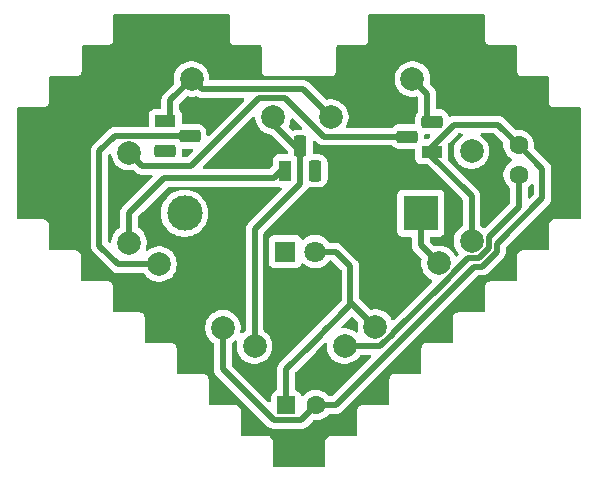
<source format=gbr>
%TF.GenerationSoftware,KiCad,Pcbnew,9.0.7*%
%TF.CreationDate,2026-01-11T09:41:47+01:00*%
%TF.ProjectId,heartbeatTHT,68656172-7462-4656-9174-5448542e6b69,rev?*%
%TF.SameCoordinates,Original*%
%TF.FileFunction,Copper,L2,Bot*%
%TF.FilePolarity,Positive*%
%FSLAX46Y46*%
G04 Gerber Fmt 4.6, Leading zero omitted, Abs format (unit mm)*
G04 Created by KiCad (PCBNEW 9.0.7) date 2026-01-11 09:41:47*
%MOMM*%
%LPD*%
G01*
G04 APERTURE LIST*
G04 Aperture macros list*
%AMRoundRect*
0 Rectangle with rounded corners*
0 $1 Rounding radius*
0 $2 $3 $4 $5 $6 $7 $8 $9 X,Y pos of 4 corners*
0 Add a 4 corners polygon primitive as box body*
4,1,4,$2,$3,$4,$5,$6,$7,$8,$9,$2,$3,0*
0 Add four circle primitives for the rounded corners*
1,1,$1+$1,$2,$3*
1,1,$1+$1,$4,$5*
1,1,$1+$1,$6,$7*
1,1,$1+$1,$8,$9*
0 Add four rect primitives between the rounded corners*
20,1,$1+$1,$2,$3,$4,$5,0*
20,1,$1+$1,$4,$5,$6,$7,0*
20,1,$1+$1,$6,$7,$8,$9,0*
20,1,$1+$1,$8,$9,$2,$3,0*%
G04 Aperture macros list end*
%TA.AperFunction,ComponentPad*%
%ADD10C,2.000000*%
%TD*%
%TA.AperFunction,ComponentPad*%
%ADD11R,1.800000X1.100000*%
%TD*%
%TA.AperFunction,ComponentPad*%
%ADD12RoundRect,0.275000X0.625000X-0.275000X0.625000X0.275000X-0.625000X0.275000X-0.625000X-0.275000X0*%
%TD*%
%TA.AperFunction,ComponentPad*%
%ADD13RoundRect,0.275000X-0.625000X0.275000X-0.625000X-0.275000X0.625000X-0.275000X0.625000X0.275000X0*%
%TD*%
%TA.AperFunction,ComponentPad*%
%ADD14R,1.100000X1.800000*%
%TD*%
%TA.AperFunction,ComponentPad*%
%ADD15RoundRect,0.275000X-0.275000X-0.625000X0.275000X-0.625000X0.275000X0.625000X-0.275000X0.625000X0*%
%TD*%
%TA.AperFunction,ComponentPad*%
%ADD16RoundRect,0.250000X-0.550000X-0.550000X0.550000X-0.550000X0.550000X0.550000X-0.550000X0.550000X0*%
%TD*%
%TA.AperFunction,ComponentPad*%
%ADD17C,1.600000*%
%TD*%
%TA.AperFunction,ComponentPad*%
%ADD18R,1.800000X1.800000*%
%TD*%
%TA.AperFunction,ComponentPad*%
%ADD19C,1.800000*%
%TD*%
%TA.AperFunction,ComponentPad*%
%ADD20R,3.000000X3.000000*%
%TD*%
%TA.AperFunction,ComponentPad*%
%ADD21C,3.000000*%
%TD*%
%TA.AperFunction,Conductor*%
%ADD22C,0.500000*%
%TD*%
G04 APERTURE END LIST*
D10*
%TO.P,R2,1*%
%TO.N,Net-(Q1-C)*%
X143796967Y-74389825D03*
%TO.P,R2,2*%
%TO.N,Net-(Q2-B)*%
X150703033Y-77610177D03*
%TD*%
D11*
%TO.P,Q3,1,C*%
%TO.N,Net-(Q3-C)*%
X164150000Y-80540000D03*
D12*
%TO.P,Q3,2,B*%
%TO.N,Net-(Q3-B)*%
X162080000Y-79270000D03*
%TO.P,Q3,3,E*%
%TO.N,Net-(BT1-+)*%
X164150000Y-78000000D03*
%TD*%
D10*
%TO.P,R4,1*%
%TO.N,Net-(Q3-C)*%
X167500000Y-88120000D03*
%TO.P,R4,2*%
%TO.N,GND*%
X167500000Y-80500000D03*
%TD*%
D11*
%TO.P,Q1,1,C*%
%TO.N,Net-(Q1-C)*%
X141580000Y-77980000D03*
D13*
%TO.P,Q1,2,B*%
%TO.N,Net-(Q1-B)*%
X143650000Y-79250000D03*
%TO.P,Q1,3,E*%
%TO.N,GND*%
X141580000Y-80520000D03*
%TD*%
D10*
%TO.P,R5,1*%
%TO.N,Net-(BT1-+)*%
X164750000Y-90000000D03*
%TO.P,R5,2*%
%TO.N,Net-(D1-A)*%
X159361846Y-95388154D03*
%TD*%
%TO.P,R1,1*%
%TO.N,Net-(BT1-+)*%
X162500000Y-74389826D03*
%TO.P,R1,2*%
%TO.N,Net-(Q1-C)*%
X155593934Y-77610178D03*
%TD*%
D14*
%TO.P,Q2,1,C*%
%TO.N,Net-(Q2-C)*%
X151730000Y-82170000D03*
D15*
%TO.P,Q2,2,B*%
%TO.N,Net-(Q2-B)*%
X153000000Y-80100000D03*
%TO.P,Q2,3,E*%
%TO.N,GND*%
X154270000Y-82170000D03*
%TD*%
D16*
%TO.P,C1,1*%
%TO.N,Net-(D1-A)*%
X151817621Y-102000000D03*
D17*
%TO.P,C1,2*%
%TO.N,Net-(Q3-C)*%
X154317621Y-102000000D03*
%TD*%
D10*
%TO.P,R3,1*%
%TO.N,Net-(Q2-C)*%
X138500000Y-88250000D03*
%TO.P,R3,2*%
%TO.N,Net-(Q3-B)*%
X138500000Y-80630000D03*
%TD*%
D17*
%TO.P,C2,1*%
%TO.N,Net-(C2-Pad1)*%
X171500000Y-82500000D03*
%TO.P,C2,2*%
%TO.N,Net-(Q3-C)*%
X171500000Y-80000000D03*
%TD*%
D10*
%TO.P,R7,1*%
%TO.N,Net-(Q2-B)*%
X149130000Y-97000000D03*
%TO.P,R7,2*%
%TO.N,Net-(C2-Pad1)*%
X156750000Y-97000000D03*
%TD*%
D18*
%TO.P,D1,1,K*%
%TO.N,GND*%
X151725000Y-89000000D03*
D19*
%TO.P,D1,2,A*%
%TO.N,Net-(D1-A)*%
X154265000Y-89000000D03*
%TD*%
D10*
%TO.P,R6,1*%
%TO.N,Net-(Q1-B)*%
X141055923Y-90055923D03*
%TO.P,R6,2*%
%TO.N,Net-(Q3-C)*%
X146444077Y-95444077D03*
%TD*%
D20*
%TO.P,BT1,1,+*%
%TO.N,Net-(BT1-+)*%
X163200481Y-85749998D03*
D21*
%TO.P,BT1,2,-*%
%TO.N,GND*%
X143200481Y-85749998D03*
%TD*%
D22*
%TO.N,Net-(Q1-B)*%
X143250000Y-79250000D02*
X143179000Y-79179000D01*
X143179000Y-79179000D02*
X137321000Y-79179000D01*
X137321000Y-79179000D02*
X136000000Y-80500000D01*
X137555923Y-90055923D02*
X141055923Y-90055923D01*
X136000000Y-80500000D02*
X136000000Y-88500000D01*
X136000000Y-88500000D02*
X137555923Y-90055923D01*
%TO.N,Net-(BT1-+)*%
X163750000Y-75639826D02*
X162500000Y-74389826D01*
X163200481Y-85749998D02*
X163200481Y-88450481D01*
X163750000Y-78000000D02*
X163750000Y-75639826D01*
X163200481Y-88450481D02*
X164750000Y-90000000D01*
%TO.N,Net-(Q3-C)*%
X154317621Y-102000000D02*
X156000000Y-102000000D01*
X163750000Y-80540000D02*
X166040000Y-78250000D01*
X154317621Y-102000000D02*
X153066621Y-103251000D01*
X169652000Y-89011388D02*
X169652000Y-88348000D01*
X169652000Y-88348000D02*
X173500000Y-84500000D01*
X168391388Y-90272000D02*
X169652000Y-89011388D01*
X167728000Y-90272000D02*
X168391388Y-90272000D01*
X167500000Y-84290000D02*
X163750000Y-80540000D01*
X173500000Y-84500000D02*
X173500000Y-82000000D01*
X173500000Y-82000000D02*
X171500000Y-80000000D01*
X166040000Y-78250000D02*
X169750000Y-78250000D01*
X156000000Y-102000000D02*
X167728000Y-90272000D01*
X169750000Y-78250000D02*
X171500000Y-80000000D01*
X150751000Y-103251000D02*
X146444077Y-98944077D01*
X167500000Y-88120000D02*
X167500000Y-84290000D01*
X153066621Y-103251000D02*
X150751000Y-103251000D01*
X146444077Y-98944077D02*
X146444077Y-95444077D01*
%TO.N,Net-(D1-A)*%
X151817621Y-98932379D02*
X151817621Y-102000000D01*
X157250000Y-93276308D02*
X159361846Y-95388154D01*
X155361846Y-95388154D02*
X153875000Y-96875000D01*
X153875000Y-96875000D02*
X151817621Y-98932379D01*
X154265000Y-89000000D02*
X156000000Y-89000000D01*
X153875000Y-96875000D02*
X157250000Y-93500000D01*
X157250000Y-90250000D02*
X157250000Y-93276308D01*
X157250000Y-93500000D02*
X157250000Y-93276308D01*
X156000000Y-89000000D02*
X157250000Y-90250000D01*
%TO.N,Net-(C2-Pad1)*%
X171500000Y-82500000D02*
X171500000Y-85250000D01*
X166201000Y-90601024D02*
X165351024Y-91451000D01*
X168101024Y-89571000D02*
X167179000Y-89571000D01*
X159750000Y-97000000D02*
X156750000Y-97000000D01*
X168951000Y-87799000D02*
X168951000Y-88721024D01*
X159910846Y-96839154D02*
X159750000Y-97000000D01*
X168951000Y-88721024D02*
X168101024Y-89571000D01*
X166201000Y-90549000D02*
X166201000Y-90601024D01*
X159962870Y-96839154D02*
X159910846Y-96839154D01*
X160812846Y-95989178D02*
X159962870Y-96839154D01*
X171500000Y-85250000D02*
X168951000Y-87799000D01*
X167179000Y-89571000D02*
X166201000Y-90549000D01*
X165351024Y-91451000D02*
X165299000Y-91451000D01*
X165299000Y-91451000D02*
X160812846Y-95937154D01*
X160812846Y-95937154D02*
X160812846Y-95989178D01*
%TO.N,Net-(Q1-C)*%
X143796967Y-74389825D02*
X144657142Y-75250000D01*
X141980000Y-77980000D02*
X141980000Y-76206792D01*
X141980000Y-76206792D02*
X143796967Y-74389825D01*
X153233756Y-75250000D02*
X155593934Y-77610178D01*
X144657142Y-75250000D02*
X153233756Y-75250000D01*
%TO.N,Net-(Q2-C)*%
X150750000Y-82750000D02*
X141500000Y-82750000D01*
X151730000Y-81770000D02*
X150750000Y-82750000D01*
X141500000Y-82750000D02*
X138500000Y-85750000D01*
X138500000Y-85750000D02*
X138500000Y-88250000D01*
%TO.N,Net-(Q2-B)*%
X149130000Y-97000000D02*
X148600458Y-96470458D01*
X149130000Y-87122000D02*
X153000000Y-83252000D01*
X153000000Y-83252000D02*
X153000000Y-80500000D01*
X150703033Y-78203033D02*
X153000000Y-80500000D01*
X149130000Y-97000000D02*
X149130000Y-87122000D01*
X150703033Y-77610176D02*
X150703033Y-78203033D01*
%TO.N,Net-(Q3-B)*%
X149500000Y-76000000D02*
X151715866Y-76000000D01*
X138500000Y-80630000D02*
X139620000Y-81750000D01*
X151715866Y-76000000D02*
X154985866Y-79270000D01*
X138500000Y-80630000D02*
X138299000Y-80429000D01*
X143750000Y-81750000D02*
X149500000Y-76000000D01*
X139620000Y-81750000D02*
X143750000Y-81750000D01*
X154985866Y-79270000D02*
X162480000Y-79270000D01*
%TD*%
%TA.AperFunction,NonConductor*%
G36*
X146964240Y-68927732D02*
G01*
X147009995Y-68980536D01*
X147021201Y-69032047D01*
X147021201Y-71088699D01*
X147055309Y-71215995D01*
X147088255Y-71273058D01*
X147121201Y-71330122D01*
X147214387Y-71423308D01*
X147328515Y-71489200D01*
X147455809Y-71523308D01*
X147587593Y-71523308D01*
X149599343Y-71523308D01*
X149666382Y-71542993D01*
X149712137Y-71595797D01*
X149723343Y-71647308D01*
X149723343Y-73703958D01*
X149757451Y-73831254D01*
X149790397Y-73888317D01*
X149823343Y-73945381D01*
X149916529Y-74038567D01*
X150030657Y-74104459D01*
X150157951Y-74138567D01*
X150157953Y-74138567D01*
X155619083Y-74138567D01*
X155619085Y-74138567D01*
X155746379Y-74104459D01*
X155860507Y-74038567D01*
X155953693Y-73945381D01*
X156019585Y-73831253D01*
X156053693Y-73703959D01*
X156053693Y-71647308D01*
X156073378Y-71580269D01*
X156126182Y-71534514D01*
X156177693Y-71523308D01*
X158321232Y-71523308D01*
X158321234Y-71523308D01*
X158448528Y-71489200D01*
X158562656Y-71423308D01*
X158655842Y-71330122D01*
X158721734Y-71215994D01*
X158755842Y-71088700D01*
X158755842Y-69032047D01*
X158775527Y-68965008D01*
X158828331Y-68919253D01*
X158879842Y-68908047D01*
X168512085Y-68908047D01*
X168579124Y-68927732D01*
X168624879Y-68980536D01*
X168636085Y-69032047D01*
X168636085Y-71088699D01*
X168670193Y-71215995D01*
X168703139Y-71273058D01*
X168736085Y-71330122D01*
X168829271Y-71423308D01*
X168943399Y-71489200D01*
X169070693Y-71523308D01*
X169202477Y-71523308D01*
X171214161Y-71523308D01*
X171281200Y-71542993D01*
X171326955Y-71595797D01*
X171338161Y-71647308D01*
X171338161Y-73703958D01*
X171372269Y-73831254D01*
X171405215Y-73888317D01*
X171438161Y-73945381D01*
X171531347Y-74038567D01*
X171645475Y-74104459D01*
X171772769Y-74138567D01*
X171904553Y-74138567D01*
X173918632Y-74138567D01*
X173985671Y-74158252D01*
X174031426Y-74211056D01*
X174042632Y-74262567D01*
X174042632Y-76319216D01*
X174076740Y-76446512D01*
X174087796Y-76465661D01*
X174142632Y-76560639D01*
X174235818Y-76653825D01*
X174349946Y-76719717D01*
X174477240Y-76753825D01*
X174609024Y-76753825D01*
X176620775Y-76753825D01*
X176687814Y-76773510D01*
X176733569Y-76826314D01*
X176744775Y-76877825D01*
X176744775Y-86159932D01*
X176725090Y-86226971D01*
X176672286Y-86272726D01*
X176620775Y-86283932D01*
X174477240Y-86283932D01*
X174349944Y-86318040D01*
X174235818Y-86383932D01*
X174235815Y-86383934D01*
X174142634Y-86477115D01*
X174142632Y-86477118D01*
X174076740Y-86591244D01*
X174042632Y-86718540D01*
X174042632Y-88775190D01*
X174022947Y-88842229D01*
X173970143Y-88887984D01*
X173918632Y-88899190D01*
X171775097Y-88899190D01*
X171647801Y-88933298D01*
X171533675Y-88999190D01*
X171533672Y-88999192D01*
X171440491Y-89092373D01*
X171440489Y-89092376D01*
X171374597Y-89206502D01*
X171340489Y-89333798D01*
X171340489Y-91390449D01*
X171320804Y-91457488D01*
X171268000Y-91503243D01*
X171216489Y-91514449D01*
X169072953Y-91514449D01*
X168945657Y-91548557D01*
X168831531Y-91614449D01*
X168831528Y-91614451D01*
X168738347Y-91707632D01*
X168738345Y-91707635D01*
X168672453Y-91821761D01*
X168638345Y-91949057D01*
X168638345Y-94005708D01*
X168618660Y-94072747D01*
X168565856Y-94118502D01*
X168514345Y-94129708D01*
X166370807Y-94129708D01*
X166243511Y-94163816D01*
X166129385Y-94229708D01*
X166129382Y-94229710D01*
X166036201Y-94322891D01*
X166036199Y-94322894D01*
X165970307Y-94437020D01*
X165936199Y-94564316D01*
X165936199Y-96620967D01*
X165916514Y-96688006D01*
X165863710Y-96733761D01*
X165812199Y-96744967D01*
X163668664Y-96744967D01*
X163541368Y-96779075D01*
X163427242Y-96844967D01*
X163427239Y-96844969D01*
X163334058Y-96938150D01*
X163334056Y-96938153D01*
X163268164Y-97052279D01*
X163234056Y-97179575D01*
X163234056Y-99236224D01*
X163214371Y-99303263D01*
X163161567Y-99349018D01*
X163110056Y-99360224D01*
X160966523Y-99360224D01*
X160839227Y-99394332D01*
X160725101Y-99460224D01*
X160725098Y-99460226D01*
X160631917Y-99553407D01*
X160631915Y-99553410D01*
X160566023Y-99667536D01*
X160531915Y-99794832D01*
X160531915Y-101851485D01*
X160512230Y-101918524D01*
X160459426Y-101964279D01*
X160407915Y-101975485D01*
X158264379Y-101975485D01*
X158137083Y-102009593D01*
X158022957Y-102075485D01*
X158022954Y-102075487D01*
X157929773Y-102168668D01*
X157929771Y-102168671D01*
X157863879Y-102282797D01*
X157829771Y-102410093D01*
X157829771Y-104466743D01*
X157810086Y-104533782D01*
X157757282Y-104579537D01*
X157705771Y-104590743D01*
X155562231Y-104590743D01*
X155434935Y-104624851D01*
X155320809Y-104690743D01*
X155320806Y-104690745D01*
X155227625Y-104783926D01*
X155227623Y-104783929D01*
X155161731Y-104898055D01*
X155127623Y-105025351D01*
X155127623Y-107082003D01*
X155107938Y-107149042D01*
X155055134Y-107194797D01*
X155003623Y-107206003D01*
X150775757Y-107206003D01*
X150708718Y-107186318D01*
X150662963Y-107133514D01*
X150651757Y-107082003D01*
X150651757Y-105025353D01*
X150651757Y-105025351D01*
X150617649Y-104898057D01*
X150551757Y-104783929D01*
X150458571Y-104690743D01*
X150401507Y-104657797D01*
X150344444Y-104624851D01*
X150280796Y-104607797D01*
X150217149Y-104590743D01*
X150217148Y-104590743D01*
X148073609Y-104590743D01*
X148006570Y-104571058D01*
X147960815Y-104518254D01*
X147949609Y-104466743D01*
X147949609Y-102410095D01*
X147949609Y-102410093D01*
X147915501Y-102282799D01*
X147849609Y-102168671D01*
X147756423Y-102075485D01*
X147699359Y-102042539D01*
X147642296Y-102009593D01*
X147578648Y-101992539D01*
X147515001Y-101975485D01*
X147515000Y-101975485D01*
X145371468Y-101975485D01*
X145304429Y-101955800D01*
X145258674Y-101902996D01*
X145247468Y-101851485D01*
X145247468Y-99794834D01*
X145247468Y-99794832D01*
X145213360Y-99667538D01*
X145147468Y-99553410D01*
X145054282Y-99460224D01*
X144988927Y-99422491D01*
X144940155Y-99394332D01*
X144876507Y-99377278D01*
X144812860Y-99360224D01*
X144812859Y-99360224D01*
X142669324Y-99360224D01*
X142602285Y-99340539D01*
X142556530Y-99287735D01*
X142545324Y-99236224D01*
X142545324Y-97179577D01*
X142545324Y-97179575D01*
X142511216Y-97052281D01*
X142445324Y-96938153D01*
X142352138Y-96844967D01*
X142295074Y-96812021D01*
X142238011Y-96779075D01*
X142128264Y-96749669D01*
X142110716Y-96744967D01*
X142110715Y-96744967D01*
X139967184Y-96744967D01*
X139900145Y-96725282D01*
X139854390Y-96672478D01*
X139843184Y-96620967D01*
X139843184Y-94564318D01*
X139843184Y-94564316D01*
X139809076Y-94437022D01*
X139743184Y-94322894D01*
X139649998Y-94229708D01*
X139592934Y-94196762D01*
X139535871Y-94163816D01*
X139472223Y-94146762D01*
X139408576Y-94129708D01*
X139408575Y-94129708D01*
X137265035Y-94129708D01*
X137197996Y-94110023D01*
X137152241Y-94057219D01*
X137141035Y-94005708D01*
X137141035Y-91949059D01*
X137141035Y-91949057D01*
X137106927Y-91821763D01*
X137041035Y-91707635D01*
X136947849Y-91614449D01*
X136890785Y-91581503D01*
X136833722Y-91548557D01*
X136770074Y-91531503D01*
X136706427Y-91514449D01*
X136706426Y-91514449D01*
X134562891Y-91514449D01*
X134495852Y-91494764D01*
X134450097Y-91441960D01*
X134438891Y-91390449D01*
X134438891Y-89333800D01*
X134438891Y-89333798D01*
X134404783Y-89206504D01*
X134404771Y-89206484D01*
X134394660Y-89188971D01*
X134338891Y-89092376D01*
X134245705Y-88999190D01*
X134188641Y-88966244D01*
X134131578Y-88933298D01*
X134065575Y-88915613D01*
X134004283Y-88899190D01*
X134004282Y-88899190D01*
X131860748Y-88899190D01*
X131793709Y-88879505D01*
X131747954Y-88826701D01*
X131736748Y-88775190D01*
X131736748Y-88573920D01*
X135249499Y-88573920D01*
X135278340Y-88718907D01*
X135278343Y-88718917D01*
X135334912Y-88855488D01*
X135334918Y-88855499D01*
X135344939Y-88870495D01*
X135344941Y-88870500D01*
X135417046Y-88978414D01*
X135417052Y-88978421D01*
X137077503Y-90638871D01*
X137077507Y-90638874D01*
X137200421Y-90721003D01*
X137200434Y-90721010D01*
X137337005Y-90777579D01*
X137337010Y-90777581D01*
X137337014Y-90777581D01*
X137337015Y-90777582D01*
X137482002Y-90806423D01*
X137482005Y-90806423D01*
X137629840Y-90806423D01*
X139683292Y-90806423D01*
X139750331Y-90826108D01*
X139783608Y-90857536D01*
X139911406Y-91033433D01*
X140078413Y-91200440D01*
X140269490Y-91339266D01*
X140368914Y-91389925D01*
X140479926Y-91446489D01*
X140479928Y-91446489D01*
X140479931Y-91446491D01*
X140554602Y-91470753D01*
X140704554Y-91519476D01*
X140937826Y-91556423D01*
X140937831Y-91556423D01*
X141174020Y-91556423D01*
X141407291Y-91519476D01*
X141422762Y-91514449D01*
X141631915Y-91446491D01*
X141842356Y-91339266D01*
X142033433Y-91200440D01*
X142200440Y-91033433D01*
X142339266Y-90842356D01*
X142446491Y-90631915D01*
X142519476Y-90407291D01*
X142521567Y-90394091D01*
X142556423Y-90174020D01*
X142556423Y-89937825D01*
X142519476Y-89704554D01*
X142449699Y-89489805D01*
X142446491Y-89479931D01*
X142446489Y-89479928D01*
X142446489Y-89479926D01*
X142382387Y-89354120D01*
X142339266Y-89269490D01*
X142200440Y-89078413D01*
X142033433Y-88911406D01*
X141842356Y-88772580D01*
X141804902Y-88753496D01*
X141631919Y-88665356D01*
X141407291Y-88592369D01*
X141174020Y-88555423D01*
X141174015Y-88555423D01*
X140937831Y-88555423D01*
X140937826Y-88555423D01*
X140704554Y-88592369D01*
X140479926Y-88665356D01*
X140269486Y-88772582D01*
X140104938Y-88892133D01*
X140039132Y-88915613D01*
X139971078Y-88899787D01*
X139922383Y-88849682D01*
X139908508Y-88781204D01*
X139914119Y-88753507D01*
X139963553Y-88601368D01*
X139971862Y-88548909D01*
X140000500Y-88368097D01*
X140000500Y-88131902D01*
X139963553Y-87898631D01*
X139915421Y-87750497D01*
X139890568Y-87674008D01*
X139890566Y-87674005D01*
X139890566Y-87674003D01*
X139797996Y-87492326D01*
X139783343Y-87463567D01*
X139644517Y-87272490D01*
X139477510Y-87105483D01*
X139398505Y-87048082D01*
X139301614Y-86977686D01*
X139258949Y-86922355D01*
X139250500Y-86877368D01*
X139250500Y-86112229D01*
X139270185Y-86045190D01*
X139286819Y-86024548D01*
X139692497Y-85618870D01*
X141199981Y-85618870D01*
X141199981Y-85881125D01*
X141218864Y-86024548D01*
X141234211Y-86141114D01*
X141272479Y-86283932D01*
X141302083Y-86394416D01*
X141302086Y-86394426D01*
X141402434Y-86636688D01*
X141402439Y-86636698D01*
X141533556Y-86863801D01*
X141693199Y-87071849D01*
X141693207Y-87071858D01*
X141878621Y-87257272D01*
X141878629Y-87257279D01*
X142086677Y-87416922D01*
X142313780Y-87548039D01*
X142313790Y-87548044D01*
X142556052Y-87648392D01*
X142556062Y-87648396D01*
X142809365Y-87716268D01*
X143057669Y-87748958D01*
X143069345Y-87750496D01*
X143069361Y-87750498D01*
X143069368Y-87750498D01*
X143331594Y-87750498D01*
X143331601Y-87750498D01*
X143591597Y-87716268D01*
X143844900Y-87648396D01*
X144087178Y-87548041D01*
X144314284Y-87416922D01*
X144522332Y-87257280D01*
X144522336Y-87257275D01*
X144522341Y-87257272D01*
X144707755Y-87071858D01*
X144707758Y-87071853D01*
X144707763Y-87071849D01*
X144867405Y-86863801D01*
X144998524Y-86636695D01*
X145098879Y-86394417D01*
X145166751Y-86141114D01*
X145200981Y-85881118D01*
X145200981Y-85618878D01*
X145166751Y-85358882D01*
X145098879Y-85105579D01*
X145046207Y-84978418D01*
X144998527Y-84863307D01*
X144998522Y-84863297D01*
X144867405Y-84636194D01*
X144707762Y-84428146D01*
X144707755Y-84428138D01*
X144522341Y-84242724D01*
X144522332Y-84242716D01*
X144314284Y-84083073D01*
X144087181Y-83951956D01*
X144087171Y-83951951D01*
X143844909Y-83851603D01*
X143844902Y-83851601D01*
X143844900Y-83851600D01*
X143591597Y-83783728D01*
X143533820Y-83776121D01*
X143331608Y-83749498D01*
X143331601Y-83749498D01*
X143069361Y-83749498D01*
X143069353Y-83749498D01*
X142838253Y-83779924D01*
X142809365Y-83783728D01*
X142556073Y-83851597D01*
X142556062Y-83851600D01*
X142556052Y-83851603D01*
X142313790Y-83951951D01*
X142313780Y-83951956D01*
X142086677Y-84083073D01*
X141878629Y-84242716D01*
X141693199Y-84428146D01*
X141533556Y-84636194D01*
X141402439Y-84863297D01*
X141402434Y-84863307D01*
X141302086Y-85105569D01*
X141302083Y-85105579D01*
X141237859Y-85345270D01*
X141234211Y-85358883D01*
X141199981Y-85618870D01*
X139692497Y-85618870D01*
X141774548Y-83536819D01*
X141835871Y-83503334D01*
X141862229Y-83500500D01*
X150823919Y-83500500D01*
X150845519Y-83496203D01*
X150915111Y-83502429D01*
X150929417Y-83510407D01*
X150929888Y-83509547D01*
X150937670Y-83513797D01*
X150999397Y-83536819D01*
X151072517Y-83564091D01*
X151132127Y-83570500D01*
X151320771Y-83570499D01*
X151387809Y-83590183D01*
X151433564Y-83642987D01*
X151443508Y-83712145D01*
X151414483Y-83775701D01*
X151408451Y-83782180D01*
X148547050Y-86643580D01*
X148547044Y-86643588D01*
X148497812Y-86717268D01*
X148497813Y-86717269D01*
X148464921Y-86766496D01*
X148464914Y-86766508D01*
X148408342Y-86903086D01*
X148408340Y-86903092D01*
X148379500Y-87048079D01*
X148379500Y-95627368D01*
X148359815Y-95694407D01*
X148328386Y-95727686D01*
X148152488Y-95855484D01*
X148120104Y-95887868D01*
X148058780Y-95921353D01*
X147989089Y-95916367D01*
X147933156Y-95874495D01*
X147908740Y-95809030D01*
X147909951Y-95780788D01*
X147944577Y-95562174D01*
X147944577Y-95325979D01*
X147907630Y-95092708D01*
X147860689Y-94948240D01*
X147834645Y-94868085D01*
X147834643Y-94868082D01*
X147834643Y-94868080D01*
X147727419Y-94657643D01*
X147686789Y-94601721D01*
X147588594Y-94466567D01*
X147421587Y-94299560D01*
X147230510Y-94160734D01*
X147020073Y-94053510D01*
X146795445Y-93980523D01*
X146562174Y-93943577D01*
X146562169Y-93943577D01*
X146325985Y-93943577D01*
X146325980Y-93943577D01*
X146092708Y-93980523D01*
X145868080Y-94053510D01*
X145657643Y-94160734D01*
X145562710Y-94229708D01*
X145466567Y-94299560D01*
X145466565Y-94299562D01*
X145466564Y-94299562D01*
X145299562Y-94466564D01*
X145299562Y-94466565D01*
X145299560Y-94466567D01*
X145272569Y-94503717D01*
X145160734Y-94657643D01*
X145053510Y-94868080D01*
X144980523Y-95092708D01*
X144943577Y-95325979D01*
X144943577Y-95562174D01*
X144980523Y-95795445D01*
X145053510Y-96020073D01*
X145132240Y-96174587D01*
X145160734Y-96230510D01*
X145299560Y-96421587D01*
X145466567Y-96588594D01*
X145642463Y-96716390D01*
X145685128Y-96771720D01*
X145693577Y-96816708D01*
X145693577Y-99017995D01*
X145693577Y-99017997D01*
X145693576Y-99017997D01*
X145722417Y-99162984D01*
X145722420Y-99162994D01*
X145778991Y-99299569D01*
X145811889Y-99348804D01*
X145811890Y-99348807D01*
X145861123Y-99422491D01*
X145861129Y-99422498D01*
X150272584Y-103833952D01*
X150272586Y-103833954D01*
X150302058Y-103853645D01*
X150346270Y-103883186D01*
X150395505Y-103916084D01*
X150395506Y-103916084D01*
X150395507Y-103916085D01*
X150395509Y-103916086D01*
X150532082Y-103972656D01*
X150532087Y-103972658D01*
X150532091Y-103972658D01*
X150532092Y-103972659D01*
X150677079Y-104001500D01*
X150677082Y-104001500D01*
X153140541Y-104001500D01*
X153238083Y-103982096D01*
X153285534Y-103972658D01*
X153422116Y-103916084D01*
X153471350Y-103883186D01*
X153471355Y-103883183D01*
X153495692Y-103866921D01*
X153545037Y-103833952D01*
X154052515Y-103326471D01*
X154113836Y-103292988D01*
X154159591Y-103291681D01*
X154215269Y-103300500D01*
X154215270Y-103300500D01*
X154419972Y-103300500D01*
X154419973Y-103300500D01*
X154622155Y-103268477D01*
X154816840Y-103205220D01*
X154999231Y-103112287D01*
X155092211Y-103044732D01*
X155164834Y-102991971D01*
X155164836Y-102991968D01*
X155164840Y-102991966D01*
X155309587Y-102847219D01*
X155312271Y-102843524D01*
X155342721Y-102801615D01*
X155398050Y-102758949D01*
X155443039Y-102750500D01*
X156073920Y-102750500D01*
X156171462Y-102731096D01*
X156218913Y-102721658D01*
X156355495Y-102665084D01*
X156404729Y-102632186D01*
X156478416Y-102582952D01*
X168002548Y-91058818D01*
X168063871Y-91025334D01*
X168090229Y-91022500D01*
X168465308Y-91022500D01*
X168562850Y-91003096D01*
X168610301Y-90993658D01*
X168678592Y-90965371D01*
X168746879Y-90937086D01*
X168746880Y-90937085D01*
X168746883Y-90937084D01*
X168801635Y-90900500D01*
X168869804Y-90854952D01*
X170234952Y-89489803D01*
X170292722Y-89403343D01*
X170317084Y-89366883D01*
X170354211Y-89277251D01*
X170373659Y-89230300D01*
X170397544Y-89110222D01*
X170402500Y-89085306D01*
X170402500Y-88710230D01*
X170422185Y-88643191D01*
X170438819Y-88622549D01*
X174082950Y-84978418D01*
X174082952Y-84978416D01*
X174139018Y-84894506D01*
X174165084Y-84855495D01*
X174221658Y-84718913D01*
X174238112Y-84636194D01*
X174250500Y-84573920D01*
X174250500Y-81926079D01*
X174221659Y-81781092D01*
X174221658Y-81781091D01*
X174221658Y-81781087D01*
X174191289Y-81707770D01*
X174165087Y-81644511D01*
X174165080Y-81644498D01*
X174082952Y-81521585D01*
X174038877Y-81477510D01*
X173978416Y-81417049D01*
X172826473Y-80265106D01*
X172792988Y-80203783D01*
X172791681Y-80158028D01*
X172800500Y-80102352D01*
X172800500Y-79897648D01*
X172776864Y-79748416D01*
X172768477Y-79695465D01*
X172737994Y-79601650D01*
X172705220Y-79500781D01*
X172705218Y-79500778D01*
X172705218Y-79500776D01*
X172647822Y-79388132D01*
X172612287Y-79318390D01*
X172604556Y-79307749D01*
X172491971Y-79152786D01*
X172347213Y-79008028D01*
X172181613Y-78887715D01*
X172181612Y-78887714D01*
X172181610Y-78887713D01*
X172124653Y-78858691D01*
X171999223Y-78794781D01*
X171804534Y-78731522D01*
X171629995Y-78703878D01*
X171602352Y-78699500D01*
X171397648Y-78699500D01*
X171341972Y-78708318D01*
X171272679Y-78699363D01*
X171234894Y-78673526D01*
X170228421Y-77667052D01*
X170228414Y-77667046D01*
X170154729Y-77617812D01*
X170154729Y-77617813D01*
X170105491Y-77584913D01*
X169968917Y-77528343D01*
X169968907Y-77528340D01*
X169823920Y-77499500D01*
X169823918Y-77499500D01*
X165966082Y-77499500D01*
X165966080Y-77499500D01*
X165821092Y-77528340D01*
X165821086Y-77528342D01*
X165686096Y-77584257D01*
X165616626Y-77591726D01*
X165554147Y-77560451D01*
X165521602Y-77510651D01*
X165478122Y-77386395D01*
X165478122Y-77386394D01*
X165385147Y-77238424D01*
X165261576Y-77114853D01*
X165113606Y-77021878D01*
X165113605Y-77021877D01*
X165113604Y-77021877D01*
X164948658Y-76964159D01*
X164948648Y-76964157D01*
X164818558Y-76949500D01*
X164818552Y-76949500D01*
X164624500Y-76949500D01*
X164557461Y-76929815D01*
X164511706Y-76877011D01*
X164500500Y-76825500D01*
X164500500Y-75565905D01*
X164471659Y-75420918D01*
X164471658Y-75420917D01*
X164471658Y-75420913D01*
X164415084Y-75284331D01*
X164382186Y-75235096D01*
X164342874Y-75176259D01*
X164332956Y-75161415D01*
X164332952Y-75161410D01*
X164001280Y-74829738D01*
X163967795Y-74768415D01*
X163966488Y-74722662D01*
X163988305Y-74584916D01*
X164000500Y-74507922D01*
X164000500Y-74271728D01*
X163963553Y-74038457D01*
X163896228Y-73831254D01*
X163890568Y-73813834D01*
X163890566Y-73813831D01*
X163890566Y-73813829D01*
X163783342Y-73603392D01*
X163644517Y-73412316D01*
X163477510Y-73245309D01*
X163286433Y-73106483D01*
X163286431Y-73106482D01*
X163075996Y-72999259D01*
X162851368Y-72926272D01*
X162618097Y-72889326D01*
X162618092Y-72889326D01*
X162381908Y-72889326D01*
X162381903Y-72889326D01*
X162148631Y-72926272D01*
X161924003Y-72999259D01*
X161713566Y-73106483D01*
X161623838Y-73171675D01*
X161522490Y-73245309D01*
X161522488Y-73245311D01*
X161522487Y-73245311D01*
X161355485Y-73412313D01*
X161355485Y-73412314D01*
X161355483Y-73412316D01*
X161331823Y-73444881D01*
X161216657Y-73603392D01*
X161109433Y-73813829D01*
X161036446Y-74038457D01*
X160999500Y-74271728D01*
X160999500Y-74507923D01*
X161036446Y-74741194D01*
X161109433Y-74965822D01*
X161209091Y-75161410D01*
X161216657Y-75176259D01*
X161355483Y-75367336D01*
X161522490Y-75534343D01*
X161713567Y-75673169D01*
X161812991Y-75723828D01*
X161924003Y-75780392D01*
X161924005Y-75780392D01*
X161924008Y-75780394D01*
X162044412Y-75819515D01*
X162148631Y-75853379D01*
X162381903Y-75890326D01*
X162381908Y-75890326D01*
X162618096Y-75890326D01*
X162713592Y-75875200D01*
X162832834Y-75856314D01*
X162838258Y-75857015D01*
X162843385Y-75855103D01*
X162872535Y-75861444D01*
X162902126Y-75865268D01*
X162907731Y-75869100D01*
X162911658Y-75869955D01*
X162939912Y-75891106D01*
X162963181Y-75914375D01*
X162996666Y-75975698D01*
X162999500Y-76002056D01*
X162999500Y-77102415D01*
X162979815Y-77169454D01*
X162963181Y-77190096D01*
X162914853Y-77238423D01*
X162821877Y-77386395D01*
X162764159Y-77551341D01*
X162764157Y-77551351D01*
X162749500Y-77681441D01*
X162749500Y-78095500D01*
X162729815Y-78162539D01*
X162677011Y-78208294D01*
X162625500Y-78219500D01*
X161411441Y-78219500D01*
X161281351Y-78234157D01*
X161281341Y-78234159D01*
X161116395Y-78291877D01*
X160968423Y-78384853D01*
X160870096Y-78483181D01*
X160808773Y-78516666D01*
X160782415Y-78519500D01*
X157017012Y-78519500D01*
X156949973Y-78499815D01*
X156904218Y-78447011D01*
X156894274Y-78377853D01*
X156906527Y-78339205D01*
X156984500Y-78186174D01*
X156984500Y-78186173D01*
X156984502Y-78186170D01*
X157057487Y-77961546D01*
X157057487Y-77961544D01*
X157094434Y-77728275D01*
X157094434Y-77492080D01*
X157057487Y-77258809D01*
X156984500Y-77034181D01*
X156902139Y-76872539D01*
X156877277Y-76823745D01*
X156738451Y-76632668D01*
X156571444Y-76465661D01*
X156380367Y-76326835D01*
X156365412Y-76319215D01*
X156169930Y-76219611D01*
X155945302Y-76146624D01*
X155712031Y-76109678D01*
X155712026Y-76109678D01*
X155475842Y-76109678D01*
X155475837Y-76109678D01*
X155261100Y-76143689D01*
X155191806Y-76134734D01*
X155154021Y-76108897D01*
X153712177Y-74667052D01*
X153712176Y-74667051D01*
X153624903Y-74608738D01*
X153624902Y-74608737D01*
X153589256Y-74584919D01*
X153589244Y-74584912D01*
X153452673Y-74528343D01*
X153452663Y-74528340D01*
X153307676Y-74499500D01*
X153307674Y-74499500D01*
X145421467Y-74499500D01*
X145354428Y-74479815D01*
X145308673Y-74427011D01*
X145297467Y-74375500D01*
X145297467Y-74271727D01*
X145260520Y-74038456D01*
X145187533Y-73813828D01*
X145130969Y-73702816D01*
X145080310Y-73603392D01*
X144941484Y-73412315D01*
X144774477Y-73245308D01*
X144583400Y-73106482D01*
X144372963Y-72999258D01*
X144148335Y-72926271D01*
X143915064Y-72889325D01*
X143915059Y-72889325D01*
X143678875Y-72889325D01*
X143678870Y-72889325D01*
X143445598Y-72926271D01*
X143220970Y-72999258D01*
X143010533Y-73106482D01*
X142967749Y-73137567D01*
X142819457Y-73245308D01*
X142819455Y-73245310D01*
X142819454Y-73245310D01*
X142652452Y-73412312D01*
X142652452Y-73412313D01*
X142652450Y-73412315D01*
X142592829Y-73494375D01*
X142513624Y-73603391D01*
X142406400Y-73813828D01*
X142333413Y-74038456D01*
X142296467Y-74271727D01*
X142296467Y-74507922D01*
X142330478Y-74722658D01*
X142321523Y-74791951D01*
X142295686Y-74829737D01*
X141397050Y-75728372D01*
X141397044Y-75728380D01*
X141347812Y-75802060D01*
X141347813Y-75802061D01*
X141314921Y-75851288D01*
X141314914Y-75851300D01*
X141258342Y-75987878D01*
X141258340Y-75987884D01*
X141229500Y-76132871D01*
X141229500Y-76805500D01*
X141209815Y-76872539D01*
X141157011Y-76918294D01*
X141105500Y-76929500D01*
X140632129Y-76929500D01*
X140632123Y-76929501D01*
X140572516Y-76935908D01*
X140437671Y-76986202D01*
X140437664Y-76986206D01*
X140322455Y-77072452D01*
X140322452Y-77072455D01*
X140236206Y-77187664D01*
X140236202Y-77187671D01*
X140185908Y-77322517D01*
X140179501Y-77382116D01*
X140179501Y-77382123D01*
X140179500Y-77382135D01*
X140179501Y-78304500D01*
X140159817Y-78371539D01*
X140107013Y-78417294D01*
X140055501Y-78428500D01*
X137247080Y-78428500D01*
X137102092Y-78457340D01*
X137102082Y-78457343D01*
X136965511Y-78513912D01*
X136965498Y-78513919D01*
X136862188Y-78582949D01*
X136862187Y-78582951D01*
X136855096Y-78587689D01*
X136842581Y-78596051D01*
X135417050Y-80021580D01*
X135417044Y-80021588D01*
X135367812Y-80095268D01*
X135367813Y-80095269D01*
X135334921Y-80144496D01*
X135334914Y-80144508D01*
X135278342Y-80281086D01*
X135278340Y-80281092D01*
X135249500Y-80426079D01*
X135249500Y-80426082D01*
X135249500Y-88573918D01*
X135249500Y-88573920D01*
X135249499Y-88573920D01*
X131736748Y-88573920D01*
X131736748Y-86718542D01*
X131736748Y-86718540D01*
X131702640Y-86591246D01*
X131636748Y-86477118D01*
X131543562Y-86383932D01*
X131486498Y-86350986D01*
X131429435Y-86318040D01*
X131365787Y-86300986D01*
X131302140Y-86283932D01*
X131302139Y-86283932D01*
X129158607Y-86283932D01*
X129091568Y-86264247D01*
X129045813Y-86211443D01*
X129034607Y-86159932D01*
X129034607Y-76877825D01*
X129054292Y-76810786D01*
X129107096Y-76765031D01*
X129158607Y-76753825D01*
X131302138Y-76753825D01*
X131302140Y-76753825D01*
X131429434Y-76719717D01*
X131543562Y-76653825D01*
X131636748Y-76560639D01*
X131702640Y-76446511D01*
X131736748Y-76319217D01*
X131736748Y-74262567D01*
X131756433Y-74195528D01*
X131809237Y-74149773D01*
X131860748Y-74138567D01*
X134076868Y-74138567D01*
X134076870Y-74138567D01*
X134204164Y-74104459D01*
X134318292Y-74038567D01*
X134411478Y-73945381D01*
X134477370Y-73831253D01*
X134511478Y-73703959D01*
X134511478Y-71647308D01*
X134531163Y-71580269D01*
X134583967Y-71534514D01*
X134635478Y-71523308D01*
X136706425Y-71523308D01*
X136706427Y-71523308D01*
X136833721Y-71489200D01*
X136947849Y-71423308D01*
X137041035Y-71330122D01*
X137106927Y-71215994D01*
X137141035Y-71088700D01*
X137141035Y-69032047D01*
X137160720Y-68965008D01*
X137213524Y-68919253D01*
X137265035Y-68908047D01*
X146897201Y-68908047D01*
X146964240Y-68927732D01*
G37*
%TD.AperFunction*%
%TA.AperFunction,NonConductor*%
G36*
X152349072Y-77714839D02*
G01*
X152400123Y-77745624D01*
X153142318Y-78487819D01*
X153175803Y-78549142D01*
X153170819Y-78618834D01*
X153128947Y-78674767D01*
X153063483Y-78699184D01*
X153054637Y-78699500D01*
X152681441Y-78699500D01*
X152551351Y-78714157D01*
X152551345Y-78714158D01*
X152420563Y-78759921D01*
X152350784Y-78763482D01*
X152291928Y-78730560D01*
X152040494Y-78479126D01*
X152007009Y-78417803D01*
X152011993Y-78348111D01*
X152017685Y-78335162D01*
X152093601Y-78186169D01*
X152166586Y-77961545D01*
X152189969Y-77813907D01*
X152219898Y-77750773D01*
X152279209Y-77713841D01*
X152349072Y-77714839D01*
G37*
%TD.AperFunction*%
%TA.AperFunction,NonConductor*%
G36*
X144218973Y-75862119D02*
G01*
X144237969Y-75872536D01*
X144301640Y-75915080D01*
X144301653Y-75915087D01*
X144387617Y-75950694D01*
X144438229Y-75971658D01*
X144438233Y-75971658D01*
X144438234Y-75971659D01*
X144583221Y-76000500D01*
X144583224Y-76000500D01*
X148138770Y-76000500D01*
X148205809Y-76020185D01*
X148251564Y-76072989D01*
X148261508Y-76142147D01*
X148232483Y-76205703D01*
X148226451Y-76212181D01*
X145262181Y-79176451D01*
X145200858Y-79209936D01*
X145131166Y-79204952D01*
X145075233Y-79163080D01*
X145050816Y-79097616D01*
X145050500Y-79088770D01*
X145050500Y-78931445D01*
X145050499Y-78931441D01*
X145046226Y-78893519D01*
X145035841Y-78801343D01*
X144978122Y-78636394D01*
X144885147Y-78488424D01*
X144761576Y-78364853D01*
X144613606Y-78271878D01*
X144613605Y-78271877D01*
X144613604Y-78271877D01*
X144448658Y-78214159D01*
X144448648Y-78214157D01*
X144318558Y-78199500D01*
X144318552Y-78199500D01*
X143104499Y-78199500D01*
X143037460Y-78179815D01*
X142991705Y-78127011D01*
X142980499Y-78075500D01*
X142980499Y-77382129D01*
X142980498Y-77382123D01*
X142980497Y-77382116D01*
X142974091Y-77322517D01*
X142950329Y-77258809D01*
X142923797Y-77187671D01*
X142923793Y-77187664D01*
X142837548Y-77072457D01*
X142837546Y-77072454D01*
X142837542Y-77072451D01*
X142780188Y-77029515D01*
X142738318Y-76973581D01*
X142730500Y-76930249D01*
X142730500Y-76569020D01*
X142750185Y-76501981D01*
X142766815Y-76481343D01*
X143357054Y-75891103D01*
X143418375Y-75857620D01*
X143464130Y-75856313D01*
X143496526Y-75861444D01*
X143678870Y-75890325D01*
X143678875Y-75890325D01*
X143915064Y-75890325D01*
X144149680Y-75853165D01*
X144218973Y-75862119D01*
G37*
%TD.AperFunction*%
%TA.AperFunction,NonConductor*%
G36*
X163945809Y-79070185D02*
G01*
X163991564Y-79122989D01*
X164001508Y-79192147D01*
X163972483Y-79255703D01*
X163966457Y-79262173D01*
X163863131Y-79365500D01*
X163775450Y-79453181D01*
X163748522Y-79467884D01*
X163722704Y-79484477D01*
X163716503Y-79485368D01*
X163714127Y-79486666D01*
X163687769Y-79489500D01*
X163604500Y-79489500D01*
X163537461Y-79469815D01*
X163491706Y-79417011D01*
X163480500Y-79365500D01*
X163480500Y-79174500D01*
X163500185Y-79107461D01*
X163552989Y-79061706D01*
X163604500Y-79050500D01*
X163878770Y-79050500D01*
X163945809Y-79070185D01*
G37*
%TD.AperFunction*%
%TA.AperFunction,NonConductor*%
G36*
X143905809Y-80320185D02*
G01*
X143951564Y-80372989D01*
X143961508Y-80442147D01*
X143932483Y-80505703D01*
X143926451Y-80512181D01*
X143475451Y-80963181D01*
X143414128Y-80996666D01*
X143387770Y-80999500D01*
X143101122Y-80999500D01*
X143034083Y-80979815D01*
X142988328Y-80927011D01*
X142977902Y-80861618D01*
X142980499Y-80838560D01*
X142980500Y-80838554D01*
X142980500Y-80424500D01*
X143000185Y-80357461D01*
X143052989Y-80311706D01*
X143104500Y-80300500D01*
X143838770Y-80300500D01*
X143905809Y-80320185D01*
G37*
%TD.AperFunction*%
%TA.AperFunction,NonConductor*%
G36*
X149121867Y-77542014D02*
G01*
X149177800Y-77583886D01*
X149202217Y-77649350D01*
X149202533Y-77658196D01*
X149202533Y-77728274D01*
X149239479Y-77961545D01*
X149312466Y-78186173D01*
X149419690Y-78396610D01*
X149558516Y-78587687D01*
X149725523Y-78754694D01*
X149916600Y-78893520D01*
X149991024Y-78931441D01*
X150127036Y-79000743D01*
X150127038Y-79000743D01*
X150127041Y-79000745D01*
X150236920Y-79036447D01*
X150351664Y-79073730D01*
X150415270Y-79083803D01*
X150502808Y-79097668D01*
X150565943Y-79127597D01*
X150571092Y-79132460D01*
X151913181Y-80474549D01*
X151927884Y-80501476D01*
X151944477Y-80527295D01*
X151945368Y-80533495D01*
X151946666Y-80535872D01*
X151949500Y-80562230D01*
X151949500Y-80645500D01*
X151929815Y-80712539D01*
X151877011Y-80758294D01*
X151825500Y-80769500D01*
X151132129Y-80769500D01*
X151132123Y-80769501D01*
X151072516Y-80775908D01*
X150937671Y-80826202D01*
X150937664Y-80826206D01*
X150822455Y-80912452D01*
X150822452Y-80912455D01*
X150736206Y-81027664D01*
X150736202Y-81027671D01*
X150685908Y-81162517D01*
X150679501Y-81222116D01*
X150679500Y-81222135D01*
X150679500Y-81707770D01*
X150670855Y-81737210D01*
X150664332Y-81767197D01*
X150660577Y-81772212D01*
X150659815Y-81774809D01*
X150643181Y-81795451D01*
X150475451Y-81963181D01*
X150414128Y-81996666D01*
X150387770Y-81999500D01*
X144861230Y-81999500D01*
X144794191Y-81979815D01*
X144748436Y-81927011D01*
X144738492Y-81857853D01*
X144767517Y-81794297D01*
X144773549Y-81787819D01*
X148990852Y-77570515D01*
X149052175Y-77537030D01*
X149121867Y-77542014D01*
G37*
%TD.AperFunction*%
%TA.AperFunction,NonConductor*%
G36*
X172711919Y-83285460D02*
G01*
X172746277Y-83346299D01*
X172749500Y-83374386D01*
X172749500Y-84137770D01*
X172729815Y-84204809D01*
X172713181Y-84225451D01*
X172462181Y-84476451D01*
X172400858Y-84509936D01*
X172331166Y-84504952D01*
X172275233Y-84463080D01*
X172250816Y-84397616D01*
X172250500Y-84388770D01*
X172250500Y-83625416D01*
X172270185Y-83558377D01*
X172301613Y-83525099D01*
X172347219Y-83491966D01*
X172491966Y-83347219D01*
X172492635Y-83346299D01*
X172525181Y-83301502D01*
X172580510Y-83258836D01*
X172650123Y-83252855D01*
X172711919Y-83285460D01*
G37*
%TD.AperFunction*%
%TA.AperFunction,NonConductor*%
G36*
X166659696Y-79009381D02*
G01*
X166690424Y-79016527D01*
X166692977Y-79019154D01*
X166696488Y-79020185D01*
X166717127Y-79044004D01*
X166739119Y-79066633D01*
X166739846Y-79070223D01*
X166742243Y-79072989D01*
X166746730Y-79104198D01*
X166752994Y-79135111D01*
X166751665Y-79138522D01*
X166752187Y-79142147D01*
X166739084Y-79170837D01*
X166727645Y-79200220D01*
X166724086Y-79203678D01*
X166723162Y-79205703D01*
X166702337Y-79224815D01*
X166522490Y-79355483D01*
X166522488Y-79355485D01*
X166522487Y-79355485D01*
X166355485Y-79522487D01*
X166355485Y-79522488D01*
X166355483Y-79522490D01*
X166319058Y-79572625D01*
X166216657Y-79713566D01*
X166109433Y-79924003D01*
X166036446Y-80148631D01*
X165999500Y-80381902D01*
X165999500Y-80618097D01*
X166036446Y-80851368D01*
X166109433Y-81075996D01*
X166196013Y-81245917D01*
X166216657Y-81286433D01*
X166355483Y-81477510D01*
X166522490Y-81644517D01*
X166713567Y-81783343D01*
X166782343Y-81818386D01*
X166924003Y-81890566D01*
X166924005Y-81890566D01*
X166924008Y-81890568D01*
X167036168Y-81927011D01*
X167148631Y-81963553D01*
X167381903Y-82000500D01*
X167381908Y-82000500D01*
X167618097Y-82000500D01*
X167851368Y-81963553D01*
X167852513Y-81963181D01*
X168075992Y-81890568D01*
X168286433Y-81783343D01*
X168477510Y-81644517D01*
X168644517Y-81477510D01*
X168783343Y-81286433D01*
X168890568Y-81075992D01*
X168963553Y-80851368D01*
X168974198Y-80784157D01*
X169000500Y-80618097D01*
X169000500Y-80381902D01*
X168963553Y-80148631D01*
X168896456Y-79942129D01*
X168890568Y-79924008D01*
X168890566Y-79924005D01*
X168890566Y-79924003D01*
X168801099Y-79748415D01*
X168783343Y-79713567D01*
X168644517Y-79522490D01*
X168477510Y-79355483D01*
X168297664Y-79224816D01*
X168255000Y-79169488D01*
X168249021Y-79099874D01*
X168281627Y-79038080D01*
X168342466Y-79003722D01*
X168370551Y-79000500D01*
X169387770Y-79000500D01*
X169454809Y-79020185D01*
X169475451Y-79036819D01*
X170173526Y-79734894D01*
X170207011Y-79796217D01*
X170208318Y-79841972D01*
X170199500Y-79897647D01*
X170199500Y-80102351D01*
X170231522Y-80304534D01*
X170294781Y-80499223D01*
X170387715Y-80681613D01*
X170508028Y-80847213D01*
X170652786Y-80991971D01*
X170818388Y-81112286D01*
X170871828Y-81139516D01*
X170922623Y-81187490D01*
X170939418Y-81255312D01*
X170916880Y-81321446D01*
X170871828Y-81360484D01*
X170818388Y-81387713D01*
X170652786Y-81508028D01*
X170508028Y-81652786D01*
X170387715Y-81818386D01*
X170294781Y-82000776D01*
X170231522Y-82195465D01*
X170199500Y-82397648D01*
X170199500Y-82602351D01*
X170231522Y-82804534D01*
X170294781Y-82999223D01*
X170387715Y-83181613D01*
X170508028Y-83347213D01*
X170508034Y-83347219D01*
X170652781Y-83491966D01*
X170698384Y-83525098D01*
X170741050Y-83580425D01*
X170749500Y-83625416D01*
X170749500Y-84887769D01*
X170729815Y-84954808D01*
X170713181Y-84975450D01*
X168683010Y-87005621D01*
X168621687Y-87039106D01*
X168551995Y-87034122D01*
X168507648Y-87005621D01*
X168477511Y-86975484D01*
X168301614Y-86847686D01*
X168258949Y-86792355D01*
X168250500Y-86747368D01*
X168250500Y-84216079D01*
X168221659Y-84071092D01*
X168221658Y-84071091D01*
X168221658Y-84071087D01*
X168221656Y-84071082D01*
X168165085Y-83934507D01*
X168165084Y-83934505D01*
X168109689Y-83851600D01*
X168082952Y-83811584D01*
X165578608Y-81307240D01*
X165545123Y-81245917D01*
X165545487Y-81205435D01*
X165543262Y-81205196D01*
X165547850Y-81162517D01*
X165550500Y-81137873D01*
X165550499Y-79942128D01*
X165544091Y-79882517D01*
X165543262Y-79874804D01*
X165546392Y-79874467D01*
X165549344Y-79819209D01*
X165578606Y-79772760D01*
X166314549Y-79036819D01*
X166375872Y-79003334D01*
X166402230Y-79000500D01*
X166629449Y-79000500D01*
X166659696Y-79009381D01*
G37*
%TD.AperFunction*%
%TA.AperFunction,NonConductor*%
G36*
X136932964Y-80730911D02*
G01*
X136988899Y-80772780D01*
X137012107Y-80827696D01*
X137036446Y-80981368D01*
X137109433Y-81205996D01*
X137202023Y-81387713D01*
X137216657Y-81416433D01*
X137355483Y-81607510D01*
X137522490Y-81774517D01*
X137713567Y-81913343D01*
X137811380Y-81963181D01*
X137924003Y-82020566D01*
X137924005Y-82020566D01*
X137924008Y-82020568D01*
X138044412Y-82059689D01*
X138148631Y-82093553D01*
X138381903Y-82130500D01*
X138381908Y-82130500D01*
X138618097Y-82130500D01*
X138752399Y-82109227D01*
X138832835Y-82096488D01*
X138838259Y-82097189D01*
X138843386Y-82095277D01*
X138872536Y-82101618D01*
X138902127Y-82105442D01*
X138907732Y-82109274D01*
X138911659Y-82110129D01*
X138939913Y-82131280D01*
X139037049Y-82228416D01*
X139141584Y-82332951D01*
X139141585Y-82332952D01*
X139264498Y-82415080D01*
X139264511Y-82415087D01*
X139401082Y-82471656D01*
X139401087Y-82471658D01*
X139401091Y-82471658D01*
X139401092Y-82471659D01*
X139546079Y-82500500D01*
X139546082Y-82500500D01*
X140388771Y-82500500D01*
X140455810Y-82520185D01*
X140501565Y-82572989D01*
X140511509Y-82642147D01*
X140482484Y-82705703D01*
X140476452Y-82712181D01*
X137917050Y-85271580D01*
X137917044Y-85271588D01*
X137867812Y-85345268D01*
X137867813Y-85345269D01*
X137834921Y-85394496D01*
X137834914Y-85394508D01*
X137778342Y-85531086D01*
X137778340Y-85531092D01*
X137749500Y-85676079D01*
X137749500Y-86877368D01*
X137729815Y-86944407D01*
X137698386Y-86977686D01*
X137522488Y-87105484D01*
X137355485Y-87272487D01*
X137355485Y-87272488D01*
X137355483Y-87272490D01*
X137311109Y-87333566D01*
X137216657Y-87463566D01*
X137109433Y-87674003D01*
X137036446Y-87898631D01*
X136999500Y-88131902D01*
X136999500Y-88138770D01*
X136993261Y-88160015D01*
X136991682Y-88182104D01*
X136983609Y-88192887D01*
X136979815Y-88205809D01*
X136963081Y-88220308D01*
X136949810Y-88238037D01*
X136937189Y-88242744D01*
X136927011Y-88251564D01*
X136905093Y-88254715D01*
X136884346Y-88262454D01*
X136871185Y-88259591D01*
X136857853Y-88261508D01*
X136837709Y-88252308D01*
X136816073Y-88247602D01*
X136798347Y-88234333D01*
X136794297Y-88232483D01*
X136787819Y-88226451D01*
X136786819Y-88225451D01*
X136753334Y-88164128D01*
X136750500Y-88137770D01*
X136750500Y-80862229D01*
X136770185Y-80795190D01*
X136786816Y-80774551D01*
X136792815Y-80768552D01*
X136801952Y-80759414D01*
X136863272Y-80725929D01*
X136932964Y-80730911D01*
G37*
%TD.AperFunction*%
%TA.AperFunction,NonConductor*%
G36*
X157405180Y-94508701D02*
G01*
X157449527Y-94537202D01*
X157860565Y-94948240D01*
X157894050Y-95009563D01*
X157895357Y-95055319D01*
X157861346Y-95270056D01*
X157861346Y-95506251D01*
X157894425Y-95715101D01*
X157885471Y-95784394D01*
X157840474Y-95837846D01*
X157773723Y-95858486D01*
X157706409Y-95839761D01*
X157699067Y-95834817D01*
X157536436Y-95716659D01*
X157536435Y-95716658D01*
X157536433Y-95716657D01*
X157470715Y-95683172D01*
X157325996Y-95609433D01*
X157101368Y-95536446D01*
X156868097Y-95499500D01*
X156868092Y-95499500D01*
X156631908Y-95499500D01*
X156631905Y-95499500D01*
X156628564Y-95500029D01*
X156627282Y-95499863D01*
X156627044Y-95499882D01*
X156627040Y-95499831D01*
X156559271Y-95491069D01*
X156505822Y-95446070D01*
X156485187Y-95379317D01*
X156503916Y-95312004D01*
X156521489Y-95289877D01*
X157274165Y-94537202D01*
X157335488Y-94503717D01*
X157405180Y-94508701D01*
G37*
%TD.AperFunction*%
%TA.AperFunction,NonConductor*%
G36*
X155170887Y-96742992D02*
G01*
X155226821Y-96784863D01*
X155251238Y-96850328D01*
X155250029Y-96878564D01*
X155249500Y-96881905D01*
X155249500Y-97118097D01*
X155286446Y-97351368D01*
X155359433Y-97575996D01*
X155448348Y-97750500D01*
X155466657Y-97786433D01*
X155605483Y-97977510D01*
X155772490Y-98144517D01*
X155963567Y-98283343D01*
X156062991Y-98334002D01*
X156174003Y-98390566D01*
X156174005Y-98390566D01*
X156174008Y-98390568D01*
X156294412Y-98429689D01*
X156398631Y-98463553D01*
X156631903Y-98500500D01*
X156631908Y-98500500D01*
X156868097Y-98500500D01*
X157101368Y-98463553D01*
X157325992Y-98390568D01*
X157536433Y-98283343D01*
X157727510Y-98144517D01*
X157894517Y-97977510D01*
X158022313Y-97801613D01*
X158077643Y-97758949D01*
X158122631Y-97750500D01*
X158888770Y-97750500D01*
X158955809Y-97770185D01*
X159001564Y-97822989D01*
X159011508Y-97892147D01*
X158982483Y-97955703D01*
X158976451Y-97962181D01*
X155725451Y-101213181D01*
X155698523Y-101227884D01*
X155672705Y-101244477D01*
X155666504Y-101245368D01*
X155664128Y-101246666D01*
X155637770Y-101249500D01*
X155443039Y-101249500D01*
X155376000Y-101229815D01*
X155342721Y-101198385D01*
X155309592Y-101152787D01*
X155309588Y-101152782D01*
X155164834Y-101008028D01*
X154999234Y-100887715D01*
X154999233Y-100887714D01*
X154999231Y-100887713D01*
X154939519Y-100857288D01*
X154816844Y-100794781D01*
X154622155Y-100731522D01*
X154444003Y-100703306D01*
X154419973Y-100699500D01*
X154215269Y-100699500D01*
X154191239Y-100703306D01*
X154013086Y-100731522D01*
X153818397Y-100794781D01*
X153636007Y-100887715D01*
X153470407Y-101008028D01*
X153325653Y-101152782D01*
X153325652Y-101152784D01*
X153285068Y-101208642D01*
X153229738Y-101251307D01*
X153160124Y-101257285D01*
X153098330Y-101224678D01*
X153067046Y-101174760D01*
X153052435Y-101130666D01*
X152960333Y-100981344D01*
X152836277Y-100857288D01*
X152686955Y-100765186D01*
X152686949Y-100765184D01*
X152653115Y-100753972D01*
X152595671Y-100714199D01*
X152568849Y-100649683D01*
X152568121Y-100636267D01*
X152568121Y-99294607D01*
X152587806Y-99227568D01*
X152604435Y-99206931D01*
X154343206Y-97468159D01*
X154343211Y-97468156D01*
X154353414Y-97457952D01*
X154353416Y-97457952D01*
X155039875Y-96771491D01*
X155101196Y-96738008D01*
X155170887Y-96742992D01*
G37*
%TD.AperFunction*%
%TA.AperFunction,NonConductor*%
G36*
X154255703Y-79601650D02*
G01*
X154262181Y-79607682D01*
X154402914Y-79748415D01*
X154402915Y-79748416D01*
X154473708Y-79819209D01*
X154507451Y-79852952D01*
X154630364Y-79935080D01*
X154630377Y-79935087D01*
X154766948Y-79991656D01*
X154766953Y-79991658D01*
X154766957Y-79991658D01*
X154766958Y-79991659D01*
X154911945Y-80020500D01*
X154911948Y-80020500D01*
X160782415Y-80020500D01*
X160849454Y-80040185D01*
X160870096Y-80056819D01*
X160968424Y-80155147D01*
X161116394Y-80248122D01*
X161281343Y-80305841D01*
X161281349Y-80305841D01*
X161281351Y-80305842D01*
X161322750Y-80310506D01*
X161411442Y-80320499D01*
X161411445Y-80320500D01*
X162625500Y-80320500D01*
X162692539Y-80340185D01*
X162738294Y-80392989D01*
X162749500Y-80444500D01*
X162749500Y-81137870D01*
X162749501Y-81137876D01*
X162755908Y-81197483D01*
X162806202Y-81332328D01*
X162806206Y-81332335D01*
X162892452Y-81447544D01*
X162892455Y-81447547D01*
X163007664Y-81533793D01*
X163007671Y-81533797D01*
X163052618Y-81550561D01*
X163142517Y-81584091D01*
X163202127Y-81590500D01*
X163687769Y-81590499D01*
X163754808Y-81610183D01*
X163775450Y-81626818D01*
X166713181Y-84564549D01*
X166746666Y-84625872D01*
X166749500Y-84652230D01*
X166749500Y-86747368D01*
X166729815Y-86814407D01*
X166698386Y-86847686D01*
X166522488Y-86975484D01*
X166355485Y-87142487D01*
X166355485Y-87142488D01*
X166355483Y-87142490D01*
X166324647Y-87184932D01*
X166216657Y-87333566D01*
X166109433Y-87544003D01*
X166036446Y-87768631D01*
X165999500Y-88001902D01*
X165999500Y-88238097D01*
X166036446Y-88471368D01*
X166109433Y-88695996D01*
X166213271Y-88899787D01*
X166216657Y-88906433D01*
X166355483Y-89097510D01*
X166355485Y-89097512D01*
X166385621Y-89127648D01*
X166389958Y-89135592D01*
X166397208Y-89141019D01*
X166406443Y-89165781D01*
X166419106Y-89188971D01*
X166418460Y-89198001D01*
X166421624Y-89206484D01*
X166416007Y-89232304D01*
X166414122Y-89258663D01*
X166408303Y-89267716D01*
X166406772Y-89274757D01*
X166385623Y-89303007D01*
X166334511Y-89354120D01*
X166303124Y-89385507D01*
X166241800Y-89418991D01*
X166172109Y-89414007D01*
X166116175Y-89372135D01*
X166104958Y-89354120D01*
X166033343Y-89213567D01*
X165894517Y-89022490D01*
X165727510Y-88855483D01*
X165536433Y-88716657D01*
X165523819Y-88710230D01*
X165325996Y-88609433D01*
X165101368Y-88536446D01*
X164868097Y-88499500D01*
X164868092Y-88499500D01*
X164631908Y-88499500D01*
X164631903Y-88499500D01*
X164417166Y-88533511D01*
X164347872Y-88524556D01*
X164310087Y-88498719D01*
X163987300Y-88175932D01*
X163972596Y-88149004D01*
X163956004Y-88123186D01*
X163955112Y-88116985D01*
X163953815Y-88114609D01*
X163950981Y-88088251D01*
X163950981Y-87874497D01*
X163970666Y-87807458D01*
X164023470Y-87761703D01*
X164074981Y-87750497D01*
X164748352Y-87750497D01*
X164748353Y-87750497D01*
X164807964Y-87744089D01*
X164942812Y-87693794D01*
X165058027Y-87607544D01*
X165144277Y-87492329D01*
X165194572Y-87357481D01*
X165200981Y-87297871D01*
X165200980Y-84202126D01*
X165194572Y-84142515D01*
X165192802Y-84137770D01*
X165144278Y-84007669D01*
X165144274Y-84007662D01*
X165058028Y-83892453D01*
X165058025Y-83892450D01*
X164942816Y-83806204D01*
X164942809Y-83806200D01*
X164807963Y-83755906D01*
X164807964Y-83755906D01*
X164748364Y-83749499D01*
X164748362Y-83749498D01*
X164748354Y-83749498D01*
X164748345Y-83749498D01*
X161652610Y-83749498D01*
X161652604Y-83749499D01*
X161592997Y-83755906D01*
X161458152Y-83806200D01*
X161458145Y-83806204D01*
X161342936Y-83892450D01*
X161342933Y-83892453D01*
X161256687Y-84007662D01*
X161256683Y-84007669D01*
X161206389Y-84142515D01*
X161201378Y-84189132D01*
X161199982Y-84202121D01*
X161199981Y-84202133D01*
X161199981Y-87297868D01*
X161199982Y-87297874D01*
X161206389Y-87357481D01*
X161256683Y-87492326D01*
X161256687Y-87492333D01*
X161342933Y-87607542D01*
X161342936Y-87607545D01*
X161458145Y-87693791D01*
X161458152Y-87693795D01*
X161592998Y-87744089D01*
X161592997Y-87744089D01*
X161599925Y-87744833D01*
X161652608Y-87750498D01*
X162325981Y-87750497D01*
X162393020Y-87770181D01*
X162438775Y-87822985D01*
X162449981Y-87874497D01*
X162449981Y-88524399D01*
X162449981Y-88524401D01*
X162449980Y-88524401D01*
X162478821Y-88669388D01*
X162478824Y-88669398D01*
X162535394Y-88805971D01*
X162535397Y-88805976D01*
X162549052Y-88826411D01*
X162549053Y-88826416D01*
X162549055Y-88826416D01*
X162605843Y-88911408D01*
X162617530Y-88928898D01*
X163248719Y-89560087D01*
X163282204Y-89621410D01*
X163283511Y-89667166D01*
X163249500Y-89881902D01*
X163249500Y-90118097D01*
X163286446Y-90351368D01*
X163359433Y-90575996D01*
X163433322Y-90721010D01*
X163466657Y-90786433D01*
X163605483Y-90977510D01*
X163772490Y-91144517D01*
X163963567Y-91283343D01*
X164104120Y-91354958D01*
X164154916Y-91402932D01*
X164171711Y-91470753D01*
X164149174Y-91536888D01*
X164135506Y-91553124D01*
X160914970Y-94773660D01*
X160853647Y-94807145D01*
X160783955Y-94802161D01*
X160728022Y-94760289D01*
X160716804Y-94742274D01*
X160673683Y-94657644D01*
X160645189Y-94601721D01*
X160506363Y-94410644D01*
X160339356Y-94243637D01*
X160148279Y-94104811D01*
X160085350Y-94072747D01*
X159937842Y-93997587D01*
X159713214Y-93924600D01*
X159479943Y-93887654D01*
X159479938Y-93887654D01*
X159243754Y-93887654D01*
X159243749Y-93887654D01*
X159029011Y-93921665D01*
X158959717Y-93912710D01*
X158921932Y-93886873D01*
X158036819Y-93001759D01*
X158003334Y-92940436D01*
X158000500Y-92914078D01*
X158000500Y-90176079D01*
X157971659Y-90031092D01*
X157971658Y-90031091D01*
X157971658Y-90031087D01*
X157937189Y-89947872D01*
X157915085Y-89894507D01*
X157906663Y-89881902D01*
X157850936Y-89798500D01*
X157832952Y-89771584D01*
X157158878Y-89097510D01*
X156478421Y-88417052D01*
X156478420Y-88417051D01*
X156405154Y-88368097D01*
X156372538Y-88346304D01*
X156372537Y-88346302D01*
X156358929Y-88337211D01*
X156355495Y-88334916D01*
X156355493Y-88334915D01*
X156355490Y-88334913D01*
X156218917Y-88278343D01*
X156218907Y-88278340D01*
X156073920Y-88249500D01*
X156073918Y-88249500D01*
X155514024Y-88249500D01*
X155446985Y-88229815D01*
X155413705Y-88198384D01*
X155409711Y-88192887D01*
X155371006Y-88139613D01*
X155333245Y-88087638D01*
X155177363Y-87931756D01*
X155177358Y-87931752D01*
X154999025Y-87802187D01*
X154999024Y-87802186D01*
X154999022Y-87802185D01*
X154933169Y-87768631D01*
X154802606Y-87702104D01*
X154802603Y-87702103D01*
X154592952Y-87633985D01*
X154484086Y-87616742D01*
X154375222Y-87599500D01*
X154154778Y-87599500D01*
X154103984Y-87607545D01*
X153937047Y-87633985D01*
X153727396Y-87702103D01*
X153727393Y-87702104D01*
X153530974Y-87802187D01*
X153352641Y-87931752D01*
X153352636Y-87931756D01*
X153302463Y-87981929D01*
X153241140Y-88015413D01*
X153171448Y-88010428D01*
X153115515Y-87968557D01*
X153098601Y-87937580D01*
X153068797Y-87857671D01*
X153068793Y-87857664D01*
X152982547Y-87742455D01*
X152982544Y-87742452D01*
X152867335Y-87656206D01*
X152867328Y-87656202D01*
X152732482Y-87605908D01*
X152732483Y-87605908D01*
X152672883Y-87599501D01*
X152672881Y-87599500D01*
X152672873Y-87599500D01*
X152672864Y-87599500D01*
X150777129Y-87599500D01*
X150777123Y-87599501D01*
X150717516Y-87605908D01*
X150582671Y-87656202D01*
X150582664Y-87656206D01*
X150467455Y-87742452D01*
X150467452Y-87742455D01*
X150381206Y-87857664D01*
X150381202Y-87857671D01*
X150330908Y-87992517D01*
X150324501Y-88052116D01*
X150324500Y-88052135D01*
X150324500Y-89947870D01*
X150324501Y-89947876D01*
X150330908Y-90007483D01*
X150381202Y-90142328D01*
X150381206Y-90142335D01*
X150467452Y-90257544D01*
X150467455Y-90257547D01*
X150582664Y-90343793D01*
X150582671Y-90343797D01*
X150717517Y-90394091D01*
X150717516Y-90394091D01*
X150724444Y-90394835D01*
X150777127Y-90400500D01*
X152672872Y-90400499D01*
X152732483Y-90394091D01*
X152867331Y-90343796D01*
X152982546Y-90257546D01*
X153068796Y-90142331D01*
X153096429Y-90068243D01*
X153098601Y-90062420D01*
X153140471Y-90006486D01*
X153205936Y-89982068D01*
X153274209Y-89996919D01*
X153302464Y-90018071D01*
X153352636Y-90068243D01*
X153352641Y-90068247D01*
X153454603Y-90142326D01*
X153530978Y-90197815D01*
X153659375Y-90263237D01*
X153727393Y-90297895D01*
X153727396Y-90297896D01*
X153832221Y-90331955D01*
X153937049Y-90366015D01*
X154154778Y-90400500D01*
X154154779Y-90400500D01*
X154375221Y-90400500D01*
X154375222Y-90400500D01*
X154592951Y-90366015D01*
X154802606Y-90297895D01*
X154999022Y-90197815D01*
X155177365Y-90068242D01*
X155333242Y-89912365D01*
X155413705Y-89801615D01*
X155418037Y-89798274D01*
X155420311Y-89793297D01*
X155445410Y-89777166D01*
X155469035Y-89758949D01*
X155475708Y-89757695D01*
X155479089Y-89755523D01*
X155514024Y-89750500D01*
X155637770Y-89750500D01*
X155704809Y-89770185D01*
X155725451Y-89786819D01*
X156463181Y-90524549D01*
X156496666Y-90585872D01*
X156499500Y-90612230D01*
X156499500Y-93137770D01*
X156479815Y-93204809D01*
X156463181Y-93225451D01*
X151234668Y-98453963D01*
X151234666Y-98453965D01*
X151203577Y-98500497D01*
X151203575Y-98500500D01*
X151152535Y-98576886D01*
X151095964Y-98713461D01*
X151095961Y-98713471D01*
X151067121Y-98858458D01*
X151067121Y-100636267D01*
X151047436Y-100703306D01*
X150994632Y-100749061D01*
X150982127Y-100753972D01*
X150948292Y-100765184D01*
X150948284Y-100765187D01*
X150798963Y-100857289D01*
X150674910Y-100981342D01*
X150582808Y-101130663D01*
X150582806Y-101130668D01*
X150575479Y-101152781D01*
X150527622Y-101297203D01*
X150527622Y-101297204D01*
X150527621Y-101297204D01*
X150517121Y-101399983D01*
X150517121Y-101656391D01*
X150497436Y-101723430D01*
X150444632Y-101769185D01*
X150375474Y-101779129D01*
X150311918Y-101750104D01*
X150305440Y-101744072D01*
X147230896Y-98669528D01*
X147197411Y-98608205D01*
X147194577Y-98581847D01*
X147194577Y-96816708D01*
X147214262Y-96749669D01*
X147245691Y-96716390D01*
X147421587Y-96588594D01*
X147453972Y-96556208D01*
X147515292Y-96522724D01*
X147584984Y-96527708D01*
X147640918Y-96569578D01*
X147665336Y-96635042D01*
X147664125Y-96663288D01*
X147629500Y-96881902D01*
X147629500Y-97118097D01*
X147666446Y-97351368D01*
X147739433Y-97575996D01*
X147828348Y-97750500D01*
X147846657Y-97786433D01*
X147985483Y-97977510D01*
X148152490Y-98144517D01*
X148343567Y-98283343D01*
X148442991Y-98334002D01*
X148554003Y-98390566D01*
X148554005Y-98390566D01*
X148554008Y-98390568D01*
X148674412Y-98429689D01*
X148778631Y-98463553D01*
X149011903Y-98500500D01*
X149011908Y-98500500D01*
X149248097Y-98500500D01*
X149481368Y-98463553D01*
X149705992Y-98390568D01*
X149916433Y-98283343D01*
X150107510Y-98144517D01*
X150274517Y-97977510D01*
X150413343Y-97786433D01*
X150520568Y-97575992D01*
X150593553Y-97351368D01*
X150620762Y-97179577D01*
X150630500Y-97118097D01*
X150630500Y-96881902D01*
X150593553Y-96648631D01*
X150552643Y-96522724D01*
X150520568Y-96424008D01*
X150520566Y-96424005D01*
X150520566Y-96424003D01*
X150464002Y-96312991D01*
X150413343Y-96213567D01*
X150274517Y-96022490D01*
X150107510Y-95855483D01*
X150009665Y-95784394D01*
X149931614Y-95727686D01*
X149888949Y-95672355D01*
X149880500Y-95627368D01*
X149880500Y-87484229D01*
X149900185Y-87417190D01*
X149916819Y-87396548D01*
X153582948Y-83730419D01*
X153582951Y-83730416D01*
X153653110Y-83625416D01*
X153668469Y-83602430D01*
X153670549Y-83603820D01*
X153711774Y-83561787D01*
X153779899Y-83546272D01*
X153813210Y-83552995D01*
X153821343Y-83555841D01*
X153821346Y-83555841D01*
X153821348Y-83555842D01*
X153821346Y-83555842D01*
X153919962Y-83566952D01*
X153951442Y-83570499D01*
X153951445Y-83570500D01*
X153951448Y-83570500D01*
X154588555Y-83570500D01*
X154588556Y-83570499D01*
X154718657Y-83555841D01*
X154883606Y-83498122D01*
X155031576Y-83405147D01*
X155155147Y-83281576D01*
X155248122Y-83133606D01*
X155305841Y-82968657D01*
X155320500Y-82838552D01*
X155320500Y-81501448D01*
X155305841Y-81371343D01*
X155248122Y-81206394D01*
X155155147Y-81058424D01*
X155031576Y-80934853D01*
X154883606Y-80841878D01*
X154883605Y-80841877D01*
X154883604Y-80841877D01*
X154718658Y-80784159D01*
X154718648Y-80784157D01*
X154588558Y-80769500D01*
X154588552Y-80769500D01*
X154174500Y-80769500D01*
X154107461Y-80749815D01*
X154061706Y-80697011D01*
X154050500Y-80645500D01*
X154050500Y-79695363D01*
X154070185Y-79628324D01*
X154122989Y-79582569D01*
X154192147Y-79572625D01*
X154255703Y-79601650D01*
G37*
%TD.AperFunction*%
M02*

</source>
